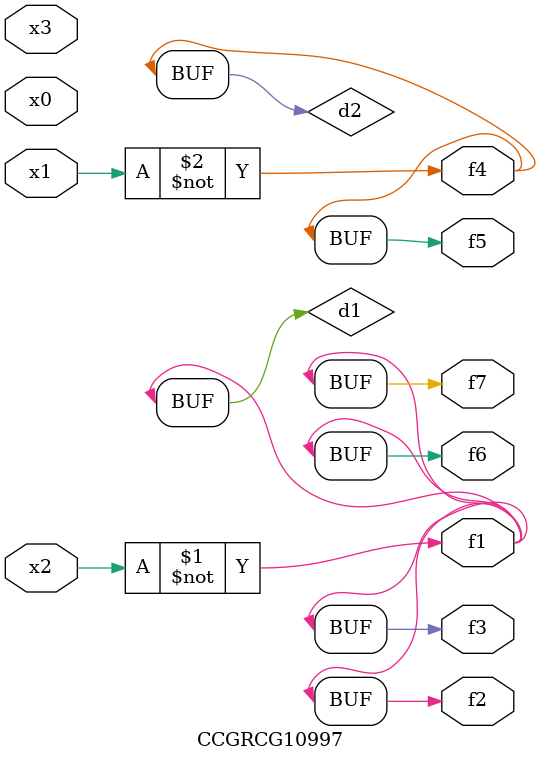
<source format=v>
module CCGRCG10997(
	input x0, x1, x2, x3,
	output f1, f2, f3, f4, f5, f6, f7
);

	wire d1, d2;

	xnor (d1, x2);
	not (d2, x1);
	assign f1 = d1;
	assign f2 = d1;
	assign f3 = d1;
	assign f4 = d2;
	assign f5 = d2;
	assign f6 = d1;
	assign f7 = d1;
endmodule

</source>
